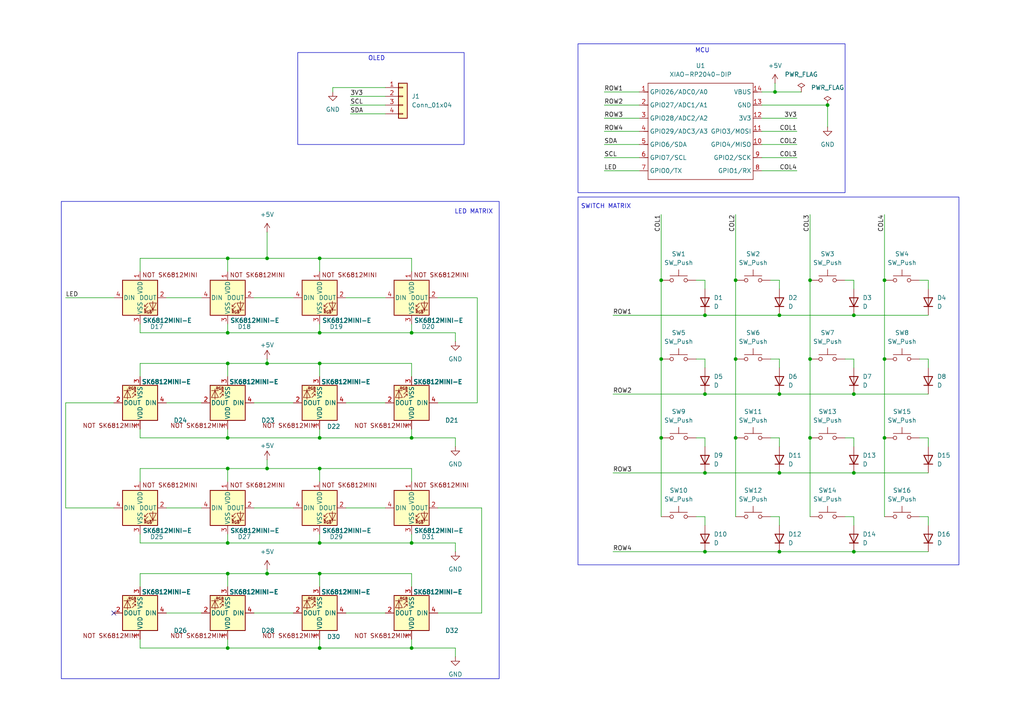
<source format=kicad_sch>
(kicad_sch (version 20250114) (generator "eeschema") (generator_version "9.0")
  (paper "A4")
  (lib_symbols
    (symbol "Connector_Generic:Conn_01x04" (pin_names (offset 1.016) (hide yes))
      (property "Reference" "J" (at 0 5.08 0))
      (property "Value" "Conn_01x04" (at 0 -7.62 0))
      (symbol "Conn_01x04_1_1"
        (rectangle (start -1.27 3.81) (end 1.27 -6.35) (stroke (width 0.254)) (fill (type background)))
        (rectangle (start -1.27 2.667) (end 0 2.413) (stroke (width 0.1524)))
        (rectangle (start -1.27 0.127) (end 0 -0.127) (stroke (width 0.1524)))
        (rectangle (start -1.27 -2.413) (end 0 -2.667) (stroke (width 0.1524)))
        (rectangle (start -1.27 -4.953) (end 0 -5.207) (stroke (width 0.1524)))
        (pin passive line (at -5.08 2.54 0) (length 3.81) (name "Pin_1") (number "1"))
        (pin passive line (at -5.08 0 0) (length 3.81) (name "Pin_2") (number "2"))
        (pin passive line (at -5.08 -2.54 0) (length 3.81) (name "Pin_3") (number "3"))
        (pin passive line (at -5.08 -5.08 0) (length 3.81) (name "Pin_4") (number "4"))
      )
    )
    (symbol "Device:D" (pin_numbers (hide yes)) (pin_names (offset 1.016) (hide yes))
      (property "Reference" "D" (at 0 2.54 0))
      (property "Value" "D" (at 0 -2.54 0))
      (symbol "D_0_1"
        (polyline (pts (xy -1.27 1.27) (xy -1.27 -1.27)) (stroke (width 0.254)))
        (polyline (pts (xy 1.27 1.27) (xy 1.27 -1.27) (xy -1.27 0) (xy 1.27 1.27)) (stroke (width 0.254)))
        (polyline (pts (xy 1.27 0) (xy -1.27 0)))
      )
      (symbol "D_1_1"
        (pin passive line (at -3.81 0 0) (length 2.54) (name "K") (number "1"))
        (pin passive line (at 3.81 0 180) (length 2.54) (name "A") (number "2"))
      )
    )
    (symbol "SK6812MINI-E:SK6812MINI-E" (pin_names (offset 0.254))
      (property "Reference" "D" (at -3.556 5.842 0))
      (property "Value" "SK6812MINI-E" (at 1.27 -5.715 0))
      (symbol "SK6812MINI-E_0_0"
        (text "RGB" (at 2.286 -4.191 0) (effects (font (size 0.762 0.762))))
      )
      (symbol "SK6812MINI-E_0_1"
        (rectangle (start -5.08 5.08) (end 5.08 -5.08) (stroke (width 0.254)) (fill (type background)))
        (polyline (pts (xy 1.27 -2.54) (xy 1.778 -2.54)))
        (polyline (pts (xy 1.27 -3.556) (xy 1.778 -3.556)))
        (polyline (pts (xy 2.286 -1.524) (xy 1.27 -2.54) (xy 1.27 -2.032)))
        (polyline (pts (xy 2.286 -2.54) (xy 1.27 -3.556) (xy 1.27 -3.048)))
        (polyline (pts (xy 3.683 -1.016) (xy 3.683 -3.556) (xy 3.683 -4.064)))
        (polyline (pts (xy 4.699 -1.524) (xy 2.667 -1.524) (xy 3.683 -3.556) (xy 4.699 -1.524)))
        (polyline (pts (xy 4.699 -3.556) (xy 2.667 -3.556)))
      )
      (symbol "SK6812MINI-E_1_1"
        (text "NOT SK6812MINI" (at 8.636 6.604 0) (effects (font (size 1.27 1.27))))
        (pin input line (at -7.62 0 0) (length 2.54) (name "DIN") (number "4"))
        (pin power_in line (at 0 7.62 270) (length 2.54) (name "VDD") (number "1"))
        (pin power_in line (at 0 -7.62 90) (length 2.54) (name "VSS") (number "3"))
        (pin output line (at 7.62 0 180) (length 2.54) (name "DOUT") (number "2"))
      )
    )
    (symbol "Switch:SW_Push" (pin_numbers (hide yes)) (pin_names (offset 1.016) (hide yes))
      (property "Reference" "SW" (at 1.27 2.54 0))
      (property "Value" "SW_Push" (at 0 -1.524 0))
      (symbol "SW_Push_0_1"
        (circle (center -2.032 0) (radius 0.508))
        (polyline (pts (xy 0 1.27) (xy 0 3.048)))
        (circle (center 2.032 0) (radius 0.508))
        (polyline (pts (xy 2.54 1.27) (xy -2.54 1.27)))
        (pin passive line (at -5.08 0 0) (length 2.54) (name "1") (number "1"))
        (pin passive line (at 5.08 0 180) (length 2.54) (name "2") (number "2"))
      )
    )
    (symbol "power:+5V" (power) (pin_numbers (hide yes)) (pin_names (offset 0) (hide yes))
      (property "Value" "+5V" (at 0 3.556 0))
      (symbol "+5V_0_1"
        (polyline (pts (xy -0.762 1.27) (xy 0 2.54)))
        (polyline (pts (xy 0 2.54) (xy 0.762 1.27)))
        (polyline (pts (xy 0 0) (xy 0 2.54)))
      )
      (symbol "+5V_1_1"
        (pin power_in line (at 0 0 90) (length 0) (name "~") (number "1"))
      )
    )
    (symbol "power:GND" (power) (pin_numbers (hide yes)) (pin_names (offset 0) (hide yes))
      (property "Value" "GND" (at 0 -3.81 0))
      (symbol "GND_0_1"
        (polyline (pts (xy 0 0) (xy 0 -1.27) (xy 1.27 -1.27) (xy 0 -2.54) (xy -1.27 -1.27) (xy 0 -1.27)))
      )
      (symbol "GND_1_1"
        (pin power_in line (at 0 0 270) (length 0) (name "~") (number "1"))
      )
    )
    (symbol "power:PWR_FLAG" (power) (pin_numbers (hide yes)) (pin_names (offset 0) (hide yes))
      (property "Value" "PWR_FLAG" (at 0 3.81 0))
      (symbol "PWR_FLAG_0_0"
        (pin power_out line (at 0 0 90) (length 0) (name "~") (number "1"))
      )
      (symbol "PWR_FLAG_0_1"
        (polyline (pts (xy 0 0) (xy 0 1.27) (xy -1.016 1.905) (xy 0 2.54) (xy 1.016 1.905) (xy 0 1.27)))
      )
    )
    (symbol "xiao:XIAO-RP2040-DIP"
      (property "Reference" "U" (at 0 0 0))
      (property "Value" "XIAO-RP2040-DIP" (at 5.334 -1.778 0))
      (symbol "XIAO-RP2040-DIP_1_0"
        (polyline (pts (xy -1.27 -2.54) (xy 29.21 -2.54)) (stroke (width 0.1524)))
        (polyline (pts (xy -1.27 -5.08) (xy -2.54 -5.08)) (stroke (width 0.1524)))
        (polyline (pts (xy -1.27 -5.08) (xy -1.27 -2.54)) (stroke (width 0.1524)))
        (polyline (pts (xy -1.27 -8.89) (xy -2.54 -8.89)) (stroke (width 0.1524)))
        (polyline (pts (xy -1.27 -8.89) (xy -1.27 -5.08)) (stroke (width 0.1524)))
        (polyline (pts (xy -1.27 -12.7) (xy -2.54 -12.7)) (stroke (width 0.1524)))
        (polyline (pts (xy -1.27 -12.7) (xy -1.27 -8.89)) (stroke (width 0.1524)))
        (polyline (pts (xy -1.27 -16.51) (xy -2.54 -16.51)) (stroke (width 0.1524)))
        (polyline (pts (xy -1.27 -16.51) (xy -1.27 -12.7)) (stroke (width 0.1524)))
        (polyline (pts (xy -1.27 -20.32) (xy -2.54 -20.32)) (stroke (width 0.1524)))
        (polyline (pts (xy -1.27 -24.13) (xy -2.54 -24.13)) (stroke (width 0.1524)))
        (polyline (pts (xy -1.27 -27.94) (xy -2.54 -27.94)) (stroke (width 0.1524)))
        (polyline (pts (xy -1.27 -30.48) (xy -1.27 -16.51)) (stroke (width 0.1524)))
        (polyline (pts (xy 29.21 -2.54) (xy 29.21 -5.08)) (stroke (width 0.1524)))
        (polyline (pts (xy 29.21 -5.08) (xy 29.21 -8.89)) (stroke (width 0.1524)))
        (polyline (pts (xy 29.21 -8.89) (xy 29.21 -12.7)) (stroke (width 0.1524)))
        (polyline (pts (xy 29.21 -12.7) (xy 29.21 -30.48)) (stroke (width 0.1524)))
        (polyline (pts (xy 29.21 -30.48) (xy -1.27 -30.48)) (stroke (width 0.1524)))
        (polyline (pts (xy 30.48 -5.08) (xy 29.21 -5.08)) (stroke (width 0.1524)))
        (polyline (pts (xy 30.48 -8.89) (xy 29.21 -8.89)) (stroke (width 0.1524)))
        (polyline (pts (xy 30.48 -12.7) (xy 29.21 -12.7)) (stroke (width 0.1524)))
        (polyline (pts (xy 30.48 -16.51) (xy 29.21 -16.51)) (stroke (width 0.1524)))
        (polyline (pts (xy 30.48 -20.32) (xy 29.21 -20.32)) (stroke (width 0.1524)))
        (polyline (pts (xy 30.48 -24.13) (xy 29.21 -24.13)) (stroke (width 0.1524)))
        (polyline (pts (xy 30.48 -27.94) (xy 29.21 -27.94)) (stroke (width 0.1524)))
        (pin passive line (at -3.81 -5.08 0) (length 2.54) (name "GPIO26/ADC0/A0") (number "1"))
        (pin passive line (at -3.81 -8.89 0) (length 2.54) (name "GPIO27/ADC1/A1") (number "2"))
        (pin passive line (at -3.81 -12.7 0) (length 2.54) (name "GPIO28/ADC2/A2") (number "3"))
        (pin passive line (at -3.81 -16.51 0) (length 2.54) (name "GPIO29/ADC3/A3") (number "4"))
        (pin passive line (at -3.81 -20.32 0) (length 2.54) (name "GPIO6/SDA") (number "5"))
        (pin passive line (at -3.81 -24.13 0) (length 2.54) (name "GPIO7/SCL") (number "6"))
        (pin passive line (at -3.81 -27.94 0) (length 2.54) (name "GPIO0/TX") (number "7"))
        (pin passive line (at 31.75 -5.08 180) (length 2.54) (name "VBUS") (number "14"))
        (pin passive line (at 31.75 -8.89 180) (length 2.54) (name "GND") (number "13"))
        (pin passive line (at 31.75 -12.7 180) (length 2.54) (name "3V3") (number "12"))
        (pin passive line (at 31.75 -16.51 180) (length 2.54) (name "GPIO3/MOSI") (number "11"))
        (pin passive line (at 31.75 -20.32 180) (length 2.54) (name "GPIO4/MISO") (number "10"))
        (pin passive line (at 31.75 -24.13 180) (length 2.54) (name "GPIO2/SCK") (number "9"))
        (pin passive line (at 31.75 -27.94 180) (length 2.54) (name "GPIO1/RX") (number "8"))
      )
    )
  )
  (rectangle (start 167.64 12.7) (end 245.11 55.88))
  (rectangle (start 167.64 57.15) (end 278.13 163.83))
  (rectangle (start 17.78 58.42) (end 144.78 196.85))
  (rectangle (start 86.36 15.24) (end 134.62 41.91))
  (text "SWITCH MATRIX" (at 175.768 59.944 0) (effects (font (size 1.27 1.27))))
  (text "MCU\n" (at 203.708 14.732 0) (effects (font (size 1.27 1.27))))
  (text "OLED\n" (at 109.22 17.018 0) (effects (font (size 1.27 1.27))))
  (text "LED MATRIX" (at 137.414 61.468 0) (effects (font (size 1.27 1.27))))
  (junction (at 119.38 127))
  (junction (at 92.71 74.93))
  (junction (at 92.71 127))
  (junction (at 66.04 187.96))
  (junction (at 191.77 127))
  (junction (at 240.03 30.48))
  (junction (at 226.06 137.16))
  (junction (at 234.95 127))
  (junction (at 204.47 137.16))
  (junction (at 256.54 104.14))
  (junction (at 66.04 135.89))
  (junction (at 66.04 157.48))
  (junction (at 247.65 137.16))
  (junction (at 119.38 96.52))
  (junction (at 92.71 157.48))
  (junction (at 77.47 105.41))
  (junction (at 66.04 127))
  (junction (at 247.65 160.02))
  (junction (at 77.47 135.89))
  (junction (at 66.04 166.37))
  (junction (at 226.06 160.02))
  (junction (at 77.47 166.37))
  (junction (at 226.06 91.44))
  (junction (at 66.04 105.41))
  (junction (at 119.38 187.96))
  (junction (at 256.54 81.28))
  (junction (at 234.95 81.28))
  (junction (at 226.06 114.3))
  (junction (at 92.71 187.96))
  (junction (at 119.38 157.48))
  (junction (at 213.36 104.14))
  (junction (at 66.04 96.52))
  (junction (at 92.71 166.37))
  (junction (at 66.04 74.93))
  (junction (at 77.47 74.93))
  (junction (at 213.36 81.28))
  (junction (at 234.95 104.14))
  (junction (at 204.47 91.44))
  (junction (at 247.65 91.44))
  (junction (at 204.47 114.3))
  (junction (at 191.77 81.28))
  (junction (at 92.71 135.89))
  (junction (at 92.71 105.41))
  (junction (at 213.36 127))
  (junction (at 92.71 96.52))
  (junction (at 191.77 104.14))
  (junction (at 256.54 127))
  (junction (at 204.47 160.02))
  (junction (at 224.79 26.67))
  (junction (at 247.65 114.3))
  (no_connect (at 33.02 177.8))
  (wire (pts (xy 256.54 104.14) (xy 256.54 127)))
  (wire (pts (xy 247.65 149.86) (xy 247.65 152.4)))
  (wire (pts (xy 247.65 104.14) (xy 247.65 106.68)))
  (wire (pts (xy 127 147.32) (xy 139.7 147.32)))
  (wire (pts (xy 247.65 137.16) (xy 269.24 137.16)))
  (wire (pts (xy 245.11 81.28) (xy 247.65 81.28)))
  (wire (pts (xy 119.38 154.94) (xy 119.38 157.48)))
  (wire (pts (xy 234.95 127) (xy 234.95 149.86)))
  (wire (pts (xy 177.8 160.02) (xy 204.47 160.02)))
  (wire (pts (xy 40.64 105.41) (xy 40.64 109.22)))
  (wire (pts (xy 100.33 116.84) (xy 111.76 116.84)))
  (wire (pts (xy 100.33 147.32) (xy 111.76 147.32)))
  (wire (pts (xy 234.95 104.14) (xy 234.95 127)))
  (wire (pts (xy 101.6 30.48) (xy 111.76 30.48)))
  (wire (pts (xy 204.47 137.16) (xy 226.06 137.16)))
  (wire (pts (xy 132.08 157.48) (xy 132.08 160.02)))
  (wire (pts (xy 40.64 185.42) (xy 40.64 187.96)))
  (wire (pts (xy 92.71 187.96) (xy 119.38 187.96)))
  (wire (pts (xy 204.47 127) (xy 204.47 129.54)))
  (wire (pts (xy 119.38 170.18) (xy 119.38 166.37)))
  (wire (pts (xy 119.38 96.52) (xy 132.08 96.52)))
  (wire (pts (xy 19.05 116.84) (xy 33.02 116.84)))
  (wire (pts (xy 119.38 139.7) (xy 119.38 135.89)))
  (wire (pts (xy 73.66 116.84) (xy 85.09 116.84)))
  (wire (pts (xy 77.47 135.89) (xy 92.71 135.89)))
  (wire (pts (xy 223.52 149.86) (xy 226.06 149.86)))
  (wire (pts (xy 92.71 74.93) (xy 92.71 78.74)))
  (wire (pts (xy 266.7 149.86) (xy 269.24 149.86)))
  (wire (pts (xy 66.04 124.46) (xy 66.04 127)))
  (wire (pts (xy 177.8 91.44) (xy 204.47 91.44)))
  (wire (pts (xy 220.98 38.1) (xy 231.14 38.1)))
  (wire (pts (xy 220.98 30.48) (xy 240.03 30.48)))
  (wire (pts (xy 66.04 166.37) (xy 66.04 170.18)))
  (wire (pts (xy 100.33 177.8) (xy 111.76 177.8)))
  (wire (pts (xy 77.47 135.89) (xy 66.04 135.89)))
  (wire (pts (xy 220.98 49.53) (xy 231.14 49.53)))
  (wire (pts (xy 119.38 78.74) (xy 119.38 74.93)))
  (wire (pts (xy 247.65 127) (xy 247.65 129.54)))
  (wire (pts (xy 66.04 105.41) (xy 66.04 109.22)))
  (wire (pts (xy 77.47 74.93) (xy 92.71 74.93)))
  (wire (pts (xy 226.06 81.28) (xy 226.06 83.82)))
  (wire (pts (xy 191.77 81.28) (xy 191.77 104.14)))
  (wire (pts (xy 245.11 127) (xy 247.65 127)))
  (wire (pts (xy 226.06 114.3) (xy 247.65 114.3)))
  (wire (pts (xy 269.24 81.28) (xy 269.24 83.82)))
  (wire (pts (xy 48.26 147.32) (xy 58.42 147.32)))
  (wire (pts (xy 66.04 96.52) (xy 92.71 96.52)))
  (wire (pts (xy 66.04 74.93) (xy 40.64 74.93)))
  (wire (pts (xy 77.47 104.14) (xy 77.47 105.41)))
  (wire (pts (xy 132.08 127) (xy 132.08 129.54)))
  (wire (pts (xy 19.05 116.84) (xy 19.05 147.32)))
  (wire (pts (xy 96.52 25.4) (xy 111.76 25.4)))
  (wire (pts (xy 191.77 104.14) (xy 191.77 127)))
  (wire (pts (xy 92.71 93.98) (xy 92.71 96.52)))
  (wire (pts (xy 175.26 26.67) (xy 185.42 26.67)))
  (wire (pts (xy 266.7 104.14) (xy 269.24 104.14)))
  (wire (pts (xy 220.98 26.67) (xy 224.79 26.67)))
  (wire (pts (xy 40.64 96.52) (xy 66.04 96.52)))
  (wire (pts (xy 139.7 147.32) (xy 139.7 177.8)))
  (wire (pts (xy 226.06 127) (xy 226.06 129.54)))
  (wire (pts (xy 204.47 81.28) (xy 204.47 83.82)))
  (wire (pts (xy 204.47 114.3) (xy 226.06 114.3)))
  (wire (pts (xy 234.95 81.28) (xy 234.95 104.14)))
  (wire (pts (xy 132.08 96.52) (xy 132.08 99.06)))
  (wire (pts (xy 213.36 81.28) (xy 213.36 104.14)))
  (wire (pts (xy 66.04 166.37) (xy 40.64 166.37)))
  (wire (pts (xy 96.52 25.4) (xy 96.52 26.67)))
  (wire (pts (xy 77.47 165.1) (xy 77.47 166.37)))
  (wire (pts (xy 269.24 127) (xy 269.24 129.54)))
  (wire (pts (xy 101.6 27.94) (xy 111.76 27.94)))
  (wire (pts (xy 73.66 147.32) (xy 85.09 147.32)))
  (wire (pts (xy 66.04 74.93) (xy 66.04 78.74)))
  (wire (pts (xy 175.26 30.48) (xy 185.42 30.48)))
  (wire (pts (xy 247.65 81.28) (xy 247.65 83.82)))
  (wire (pts (xy 73.66 86.36) (xy 85.09 86.36)))
  (wire (pts (xy 40.64 157.48) (xy 66.04 157.48)))
  (wire (pts (xy 175.26 38.1) (xy 185.42 38.1)))
  (wire (pts (xy 40.64 154.94) (xy 40.64 157.48)))
  (wire (pts (xy 177.8 114.3) (xy 204.47 114.3)))
  (wire (pts (xy 224.79 26.67) (xy 232.41 26.67)))
  (wire (pts (xy 213.36 127) (xy 213.36 149.86)))
  (wire (pts (xy 40.64 166.37) (xy 40.64 170.18)))
  (wire (pts (xy 201.93 127) (xy 204.47 127)))
  (wire (pts (xy 66.04 185.42) (xy 66.04 187.96)))
  (wire (pts (xy 220.98 45.72) (xy 231.14 45.72)))
  (wire (pts (xy 226.06 137.16) (xy 247.65 137.16)))
  (wire (pts (xy 77.47 67.31) (xy 77.47 74.93)))
  (wire (pts (xy 92.71 105.41) (xy 92.71 109.22)))
  (wire (pts (xy 19.05 147.32) (xy 33.02 147.32)))
  (wire (pts (xy 66.04 157.48) (xy 92.71 157.48)))
  (wire (pts (xy 92.71 154.94) (xy 92.71 157.48)))
  (wire (pts (xy 92.71 124.46) (xy 92.71 127)))
  (wire (pts (xy 40.64 124.46) (xy 40.64 127)))
  (wire (pts (xy 48.26 86.36) (xy 58.42 86.36)))
  (wire (pts (xy 175.26 45.72) (xy 185.42 45.72)))
  (wire (pts (xy 101.6 33.02) (xy 111.76 33.02)))
  (wire (pts (xy 119.38 187.96) (xy 132.08 187.96)))
  (wire (pts (xy 77.47 133.35) (xy 77.47 135.89)))
  (wire (pts (xy 92.71 127) (xy 119.38 127)))
  (wire (pts (xy 223.52 127) (xy 226.06 127)))
  (wire (pts (xy 119.38 185.42) (xy 119.38 187.96)))
  (wire (pts (xy 204.47 160.02) (xy 226.06 160.02)))
  (wire (pts (xy 226.06 91.44) (xy 247.65 91.44)))
  (wire (pts (xy 92.71 157.48) (xy 119.38 157.48)))
  (wire (pts (xy 66.04 154.94) (xy 66.04 157.48)))
  (wire (pts (xy 40.64 93.98) (xy 40.64 96.52)))
  (wire (pts (xy 92.71 105.41) (xy 77.47 105.41)))
  (wire (pts (xy 119.38 96.52) (xy 119.38 93.98)))
  (wire (pts (xy 119.38 127) (xy 132.08 127)))
  (wire (pts (xy 77.47 166.37) (xy 66.04 166.37)))
  (wire (pts (xy 191.77 62.23) (xy 191.77 81.28)))
  (wire (pts (xy 204.47 104.14) (xy 204.47 106.68)))
  (wire (pts (xy 175.26 34.29) (xy 185.42 34.29)))
  (wire (pts (xy 66.04 135.89) (xy 66.04 139.7)))
  (wire (pts (xy 177.8 137.16) (xy 204.47 137.16)))
  (wire (pts (xy 119.38 105.41) (xy 92.71 105.41)))
  (wire (pts (xy 66.04 135.89) (xy 40.64 135.89)))
  (wire (pts (xy 139.7 177.8) (xy 127 177.8)))
  (wire (pts (xy 66.04 127) (xy 92.71 127)))
  (wire (pts (xy 240.03 30.48) (xy 240.03 36.83)))
  (wire (pts (xy 19.05 86.36) (xy 33.02 86.36)))
  (wire (pts (xy 201.93 149.86) (xy 204.47 149.86)))
  (wire (pts (xy 266.7 127) (xy 269.24 127)))
  (wire (pts (xy 92.71 166.37) (xy 92.71 170.18)))
  (wire (pts (xy 226.06 160.02) (xy 247.65 160.02)))
  (wire (pts (xy 77.47 105.41) (xy 66.04 105.41)))
  (wire (pts (xy 119.38 157.48) (xy 132.08 157.48)))
  (wire (pts (xy 247.65 91.44) (xy 269.24 91.44)))
  (wire (pts (xy 92.71 185.42) (xy 92.71 187.96)))
  (wire (pts (xy 175.26 41.91) (xy 185.42 41.91)))
  (wire (pts (xy 256.54 127) (xy 256.54 149.86)))
  (wire (pts (xy 226.06 104.14) (xy 226.06 106.68)))
  (wire (pts (xy 191.77 127) (xy 191.77 149.86)))
  (wire (pts (xy 201.93 81.28) (xy 204.47 81.28)))
  (wire (pts (xy 119.38 109.22) (xy 119.38 105.41)))
  (wire (pts (xy 92.71 166.37) (xy 77.47 166.37)))
  (wire (pts (xy 204.47 91.44) (xy 226.06 91.44)))
  (wire (pts (xy 132.08 187.96) (xy 132.08 190.5)))
  (wire (pts (xy 234.95 62.23) (xy 234.95 81.28)))
  (wire (pts (xy 73.66 177.8) (xy 85.09 177.8)))
  (wire (pts (xy 119.38 124.46) (xy 119.38 127)))
  (wire (pts (xy 201.93 104.14) (xy 204.47 104.14)))
  (wire (pts (xy 66.04 105.41) (xy 40.64 105.41)))
  (wire (pts (xy 220.98 34.29) (xy 231.14 34.29)))
  (wire (pts (xy 204.47 149.86) (xy 204.47 152.4)))
  (wire (pts (xy 266.7 81.28) (xy 269.24 81.28)))
  (wire (pts (xy 269.24 149.86) (xy 269.24 152.4)))
  (wire (pts (xy 119.38 74.93) (xy 92.71 74.93)))
  (wire (pts (xy 256.54 62.23) (xy 256.54 81.28)))
  (wire (pts (xy 119.38 135.89) (xy 92.71 135.89)))
  (wire (pts (xy 213.36 104.14) (xy 213.36 127)))
  (wire (pts (xy 40.64 127) (xy 66.04 127)))
  (wire (pts (xy 245.11 149.86) (xy 247.65 149.86)))
  (wire (pts (xy 175.26 49.53) (xy 185.42 49.53)))
  (wire (pts (xy 247.65 114.3) (xy 269.24 114.3)))
  (wire (pts (xy 40.64 135.89) (xy 40.64 139.7)))
  (wire (pts (xy 269.24 104.14) (xy 269.24 106.68)))
  (wire (pts (xy 226.06 149.86) (xy 226.06 152.4)))
  (wire (pts (xy 138.43 86.36) (xy 138.43 116.84)))
  (wire (pts (xy 40.64 187.96) (xy 66.04 187.96)))
  (wire (pts (xy 247.65 160.02) (xy 269.24 160.02)))
  (wire (pts (xy 223.52 81.28) (xy 226.06 81.28)))
  (wire (pts (xy 92.71 96.52) (xy 119.38 96.52)))
  (wire (pts (xy 245.11 104.14) (xy 247.65 104.14)))
  (wire (pts (xy 119.38 166.37) (xy 92.71 166.37)))
  (wire (pts (xy 127 116.84) (xy 138.43 116.84)))
  (wire (pts (xy 220.98 41.91) (xy 231.14 41.91)))
  (wire (pts (xy 127 86.36) (xy 138.43 86.36)))
  (wire (pts (xy 223.52 104.14) (xy 226.06 104.14)))
  (wire (pts (xy 48.26 177.8) (xy 58.42 177.8)))
  (wire (pts (xy 224.79 26.67) (xy 224.79 24.13)))
  (wire (pts (xy 213.36 62.23) (xy 213.36 81.28)))
  (wire (pts (xy 100.33 86.36) (xy 111.76 86.36)))
  (wire (pts (xy 66.04 187.96) (xy 92.71 187.96)))
  (wire (pts (xy 66.04 93.98) (xy 66.04 96.52)))
  (wire (pts (xy 256.54 81.28) (xy 256.54 104.14)))
  (wire (pts (xy 48.26 116.84) (xy 58.42 116.84)))
  (wire (pts (xy 92.71 135.89) (xy 92.71 139.7)))
  (wire (pts (xy 40.64 74.93) (xy 40.64 78.74)))
  (wire (pts (xy 77.47 74.93) (xy 66.04 74.93)))
  (label "ROW1" (at 175.26 26.67 0))
  (label "COL3" (at 234.95 62.23 270))
  (label "SCL" (at 101.6 30.48 0))
  (label "ROW2" (at 175.26 30.48 0))
  (label "COL2" (at 231.14 41.91 180))
  (label "COL1" (at 191.77 62.23 270))
  (label "ROW1" (at 177.8 91.44 0))
  (label "COL1" (at 231.14 38.1 180))
  (label "ROW4" (at 175.26 38.1 0))
  (label "3V3" (at 101.6 27.94 0))
  (label "COL4" (at 231.14 49.53 180))
  (label "3V3" (at 231.14 34.29 180))
  (label "SDA" (at 175.26 41.91 0))
  (label "LED" (at 175.26 49.53 0))
  (label "COL3" (at 231.14 45.72 180))
  (label "LED" (at 19.05 86.36 0))
  (label "SCL" (at 175.26 45.72 0))
  (label "COL2" (at 213.36 62.23 270))
  (label "SDA" (at 101.6 33.02 0))
  (label "ROW3" (at 175.26 34.29 0))
  (label "ROW4" (at 177.8 160.02 0))
  (label "ROW2" (at 177.8 114.3 0))
  (label "ROW3" (at 177.8 137.16 0))
  (label "COL4" (at 256.54 62.23 270))
  (symbol (lib_id "Device:D") (at 269.24 110.49 90) (unit 1)
    (property "Reference" "D8" (at 271.78 109.2199 90) (effects (justify right)))
    (property "Value" "D" (at 271.78 111.7599 90) (effects (justify right)))
    (property "Footprint" "Diode_THT:D_DO-35_SOD27_P7.62mm_Horizontal" (effects (hide yes)))
    (property "Description" "Diode" (effects (hide yes)))
    (property "Sim.Device" "D" (effects (hide yes)))
    (property "Sim.Pins" "1=K 2=A" (effects (hide yes)))
  )
  (symbol (lib_id "SK6812MINI-E:SK6812MINI-E") (at 40.64 147.32 0) (unit 1)
    (property "Reference" "D25" (at 45.466 155.702 0))
    (property "Value" "SK6812MINI-E" (at 48.514 153.924 0) (effects (font (thickness 0.254) (bold yes))))
    (property "Footprint" "footprints:SK6812MINI-E_fixed" (effects (hide yes)))
    (property "Datasheet" "https://cdn-shop.adafruit.com/product-files/4960/4960_SK6812MINI-E_REV02_EN.pdf" (effects (hide yes)))
    (property "Description" "RGB LED with integrated controller" (effects (hide yes)))
  )
  (symbol (lib_id "Device:D") (at 204.47 156.21 90) (unit 1)
    (property "Reference" "D10" (at 207.01 154.9399 90) (effects (justify right)))
    (property "Value" "D" (at 207.01 157.4799 90) (effects (justify right)))
    (property "Footprint" "Diode_THT:D_DO-35_SOD27_P7.62mm_Horizontal" (effects (hide yes)))
    (property "Description" "Diode" (effects (hide yes)))
    (property "Sim.Device" "D" (effects (hide yes)))
    (property "Sim.Pins" "1=K 2=A" (effects (hide yes)))
  )
  (symbol (lib_id "power:GND") (at 240.03 36.83 0) (unit 1)
    (property "Reference" "#PWR03" (effects (hide yes)))
    (property "Value" "GND" (at 240.03 41.91 0))
    (property "Description" "Power symbol creates a global label with name \"GND\" , ground" (effects (hide yes)))
  )
  (symbol (lib_id "Device:D") (at 269.24 133.35 90) (unit 1)
    (property "Reference" "D15" (at 271.78 132.0799 90) (effects (justify right)))
    (property "Value" "D" (at 271.78 134.6199 90) (effects (justify right)))
    (property "Footprint" "Diode_THT:D_DO-35_SOD27_P7.62mm_Horizontal" (effects (hide yes)))
    (property "Description" "Diode" (effects (hide yes)))
    (property "Sim.Device" "D" (effects (hide yes)))
    (property "Sim.Pins" "1=K 2=A" (effects (hide yes)))
  )
  (symbol (lib_id "power:GND") (at 132.08 190.5 0) (unit 1)
    (property "Reference" "#PWR010" (effects (hide yes)))
    (property "Value" "GND" (at 132.08 195.58 0))
    (property "Description" "Power symbol creates a global label with name \"GND\" , ground" (effects (hide yes)))
  )
  (symbol (lib_id "SK6812MINI-E:SK6812MINI-E") (at 92.71 86.36 0) (unit 1)
    (property "Reference" "D19" (at 97.536 94.742 0))
    (property "Value" "SK6812MINI-E" (at 100.584 92.964 0) (effects (font (thickness 0.254) (bold yes))))
    (property "Footprint" "footprints:SK6812MINI-E_fixed" (effects (hide yes)))
    (property "Datasheet" "https://cdn-shop.adafruit.com/product-files/4960/4960_SK6812MINI-E_REV02_EN.pdf" (effects (hide yes)))
    (property "Description" "RGB LED with integrated controller" (effects (hide yes)))
  )
  (symbol (lib_id "Connector_Generic:Conn_01x04") (at 116.84 27.94 0) (unit 1)
    (property "Reference" "J1" (at 119.38 27.9399 0) (effects (justify left)))
    (property "Value" "Conn_01x04" (at 119.38 30.4799 0) (effects (justify left)))
    (property "Footprint" "Connector_PinHeader_2.54mm:PinHeader_1x04_P2.54mm_Vertical" (effects (hide yes)))
    (property "Description" "Generic connector, single row, 01x04, script generated (kicad-library-utils/schlib/autogen/connector/)" (effects (hide yes)))
  )
  (symbol (lib_id "power:+5V") (at 77.47 133.35 0) (unit 1)
    (property "Reference" "#PWR07" (effects (hide yes)))
    (property "Value" "+5V" (at 77.47 129.286 0))
    (property "Description" "Power symbol creates a global label with name \"+5V\"" (effects (hide yes)))
  )
  (symbol (lib_id "Device:D") (at 269.24 87.63 90) (unit 1)
    (property "Reference" "D4" (at 271.78 86.3599 90) (effects (justify right)))
    (property "Value" "D" (at 271.78 88.8999 90) (effects (justify right)))
    (property "Footprint" "Diode_THT:D_DO-35_SOD27_P7.62mm_Horizontal" (effects (hide yes)))
    (property "Description" "Diode" (effects (hide yes)))
    (property "Sim.Device" "D" (effects (hide yes)))
    (property "Sim.Pins" "1=K 2=A" (effects (hide yes)))
  )
  (symbol (lib_id "Switch:SW_Push") (at 196.85 149.86 0) (unit 1)
    (property "Reference" "SW10" (at 196.85 142.24 0))
    (property "Value" "SW_Push" (at 196.85 144.78 0))
    (property "Footprint" "footprints:SW_MX_1u" (effects (hide yes)))
    (property "Description" "Push button switch, generic, two pins" (effects (hide yes)))
  )
  (symbol (lib_id "Switch:SW_Push") (at 196.85 127 0) (unit 1)
    (property "Reference" "SW9" (at 196.85 119.38 0))
    (property "Value" "SW_Push" (at 196.85 121.92 0))
    (property "Footprint" "footprints:SW_MX_1u" (effects (hide yes)))
    (property "Description" "Push button switch, generic, two pins" (effects (hide yes)))
  )
  (symbol (lib_id "Device:D") (at 247.65 156.21 90) (unit 1)
    (property "Reference" "D14" (at 250.19 154.9399 90) (effects (justify right)))
    (property "Value" "D" (at 250.19 157.4799 90) (effects (justify right)))
    (property "Footprint" "Diode_THT:D_DO-35_SOD27_P7.62mm_Horizontal" (effects (hide yes)))
    (property "Description" "Diode" (effects (hide yes)))
    (property "Sim.Device" "D" (effects (hide yes)))
    (property "Sim.Pins" "1=K 2=A" (effects (hide yes)))
  )
  (symbol (lib_id "power:PWR_FLAG") (at 240.03 30.48 0) (unit 1)
    (property "Reference" "#FLG02" (effects (hide yes)))
    (property "Value" "PWR_FLAG" (at 240.03 25.4 0))
    (property "Description" "Special symbol for telling ERC where power comes from" (effects (hide yes)))
  )
  (symbol (lib_id "Device:D") (at 247.65 110.49 90) (unit 1)
    (property "Reference" "D7" (at 250.19 109.2199 90) (effects (justify right)))
    (property "Value" "D" (at 250.19 111.7599 90) (effects (justify right)))
    (property "Footprint" "Diode_THT:D_DO-35_SOD27_P7.62mm_Horizontal" (effects (hide yes)))
    (property "Description" "Diode" (effects (hide yes)))
    (property "Sim.Device" "D" (effects (hide yes)))
    (property "Sim.Pins" "1=K 2=A" (effects (hide yes)))
  )
  (symbol (lib_id "power:+5V") (at 77.47 67.31 0) (unit 1)
    (property "Reference" "#PWR01" (effects (hide yes)))
    (property "Value" "+5V" (at 77.47 62.23 0))
    (property "Description" "Power symbol creates a global label with name \"+5V\"" (effects (hide yes)))
  )
  (symbol (lib_id "SK6812MINI-E:SK6812MINI-E") (at 92.71 116.84 180) (unit 1)
    (property "Reference" "D22" (at 96.774 123.698 0))
    (property "Value" "SK6812MINI-E" (at 100.33 110.744 0) (effects (font (thickness 0.254) (bold yes))))
    (property "Footprint" "footprints:SK6812MINI-E_fixed" (effects (hide yes)))
    (property "Datasheet" "https://cdn-shop.adafruit.com/product-files/4960/4960_SK6812MINI-E_REV02_EN.pdf" (effects (hide yes)))
    (property "Description" "RGB LED with integrated controller" (effects (hide yes)))
  )
  (symbol (lib_id "Switch:SW_Push") (at 196.85 81.28 0) (unit 1)
    (property "Reference" "SW1" (at 196.85 73.66 0))
    (property "Value" "SW_Push" (at 196.85 76.2 0))
    (property "Footprint" "footprints:SW_MX_1u" (effects (hide yes)))
    (property "Description" "Push button switch, generic, two pins" (effects (hide yes)))
  )
  (symbol (lib_id "Device:D") (at 226.06 156.21 90) (unit 1)
    (property "Reference" "D12" (at 228.6 154.9399 90) (effects (justify right)))
    (property "Value" "D" (at 228.6 157.4799 90) (effects (justify right)))
    (property "Footprint" "Diode_THT:D_DO-35_SOD27_P7.62mm_Horizontal" (effects (hide yes)))
    (property "Description" "Diode" (effects (hide yes)))
    (property "Sim.Device" "D" (effects (hide yes)))
    (property "Sim.Pins" "1=K 2=A" (effects (hide yes)))
  )
  (symbol (lib_id "Switch:SW_Push") (at 261.62 149.86 0) (unit 1)
    (property "Reference" "SW16" (at 261.62 142.24 0))
    (property "Value" "SW_Push" (at 261.62 144.78 0))
    (property "Footprint" "footprints:SW_MX_1u" (effects (hide yes)))
    (property "Description" "Push button switch, generic, two pins" (effects (hide yes)))
  )
  (symbol (lib_id "power:+5V") (at 77.47 104.14 0) (unit 1)
    (property "Reference" "#PWR05" (effects (hide yes)))
    (property "Value" "+5V" (at 77.47 100.076 0))
    (property "Description" "Power symbol creates a global label with name \"+5V\"" (effects (hide yes)))
  )
  (symbol (lib_id "power:GND") (at 96.52 26.67 0) (unit 1)
    (property "Reference" "#PWR011" (effects (hide yes)))
    (property "Value" "GND" (at 96.52 31.75 0))
    (property "Description" "Power symbol creates a global label with name \"GND\" , ground" (effects (hide yes)))
  )
  (symbol (lib_id "SK6812MINI-E:SK6812MINI-E") (at 40.64 177.8 180) (unit 1)
    (property "Reference" "D26" (at 52.324 182.88 0))
    (property "Value" "SK6812MINI-E" (at 48.26 171.704 0) (effects (font (thickness 0.254) (bold yes))))
    (property "Footprint" "footprints:SK6812MINI-E_fixed" (effects (hide yes)))
    (property "Datasheet" "https://cdn-shop.adafruit.com/product-files/4960/4960_SK6812MINI-E_REV02_EN.pdf" (effects (hide yes)))
    (property "Description" "RGB LED with integrated controller" (effects (hide yes)))
  )
  (symbol (lib_id "SK6812MINI-E:SK6812MINI-E") (at 66.04 147.32 0) (unit 1)
    (property "Reference" "D27" (at 70.866 155.702 0))
    (property "Value" "SK6812MINI-E" (at 73.914 153.924 0) (effects (font (thickness 0.254) (bold yes))))
    (property "Footprint" "footprints:SK6812MINI-E_fixed" (effects (hide yes)))
    (property "Datasheet" "https://cdn-shop.adafruit.com/product-files/4960/4960_SK6812MINI-E_REV02_EN.pdf" (effects (hide yes)))
    (property "Description" "RGB LED with integrated controller" (effects (hide yes)))
  )
  (symbol (lib_id "SK6812MINI-E:SK6812MINI-E") (at 40.64 86.36 0) (unit 1)
    (property "Reference" "D17" (at 45.466 94.742 0))
    (property "Value" "SK6812MINI-E" (at 48.514 92.964 0) (effects (font (thickness 0.254) (bold yes))))
    (property "Footprint" "footprints:SK6812MINI-E_fixed" (effects (hide yes)))
    (property "Datasheet" "https://cdn-shop.adafruit.com/product-files/4960/4960_SK6812MINI-E_REV02_EN.pdf" (effects (hide yes)))
    (property "Description" "RGB LED with integrated controller" (effects (hide yes)))
  )
  (symbol (lib_id "power:GND") (at 132.08 129.54 0) (unit 1)
    (property "Reference" "#PWR06" (effects (hide yes)))
    (property "Value" "GND" (at 132.08 134.62 0))
    (property "Description" "Power symbol creates a global label with name \"GND\" , ground" (effects (hide yes)))
  )
  (symbol (lib_id "SK6812MINI-E:SK6812MINI-E") (at 92.71 177.8 180) (unit 1)
    (property "Reference" "D30" (at 96.774 184.658 0))
    (property "Value" "SK6812MINI-E" (at 100.33 171.704 0) (effects (font (thickness 0.254) (bold yes))))
    (property "Footprint" "footprints:SK6812MINI-E_fixed" (effects (hide yes)))
    (property "Datasheet" "https://cdn-shop.adafruit.com/product-files/4960/4960_SK6812MINI-E_REV02_EN.pdf" (effects (hide yes)))
    (property "Description" "RGB LED with integrated controller" (effects (hide yes)))
  )
  (symbol (lib_id "Device:D") (at 226.06 87.63 90) (unit 1)
    (property "Reference" "D2" (at 228.6 86.3599 90) (effects (justify right)))
    (property "Value" "D" (at 228.6 88.8999 90) (effects (justify right)))
    (property "Footprint" "Diode_THT:D_DO-35_SOD27_P7.62mm_Horizontal" (effects (hide yes)))
    (property "Description" "Diode" (effects (hide yes)))
    (property "Sim.Device" "D" (effects (hide yes)))
    (property "Sim.Pins" "1=K 2=A" (effects (hide yes)))
  )
  (symbol (lib_id "Switch:SW_Push") (at 261.62 127 0) (unit 1)
    (property "Reference" "SW15" (at 261.62 119.38 0))
    (property "Value" "SW_Push" (at 261.62 121.92 0))
    (property "Footprint" "footprints:SW_MX_1u" (effects (hide yes)))
    (property "Description" "Push button switch, generic, two pins" (effects (hide yes)))
  )
  (symbol (lib_id "Device:D") (at 204.47 133.35 90) (unit 1)
    (property "Reference" "D9" (at 207.01 132.0799 90) (effects (justify right)))
    (property "Value" "D" (at 207.01 134.6199 90) (effects (justify right)))
    (property "Footprint" "Diode_THT:D_DO-35_SOD27_P7.62mm_Horizontal" (effects (hide yes)))
    (property "Description" "Diode" (effects (hide yes)))
    (property "Sim.Device" "D" (effects (hide yes)))
    (property "Sim.Pins" "1=K 2=A" (effects (hide yes)))
  )
  (symbol (lib_id "SK6812MINI-E:SK6812MINI-E") (at 119.38 147.32 0) (unit 1)
    (property "Reference" "D31" (at 124.206 155.702 0))
    (property "Value" "SK6812MINI-E" (at 127.254 153.924 0) (effects (font (thickness 0.254) (bold yes))))
    (property "Footprint" "footprints:SK6812MINI-E_fixed" (effects (hide yes)))
    (property "Datasheet" "https://cdn-shop.adafruit.com/product-files/4960/4960_SK6812MINI-E_REV02_EN.pdf" (effects (hide yes)))
    (property "Description" "RGB LED with integrated controller" (effects (hide yes)))
  )
  (symbol (lib_id "Switch:SW_Push") (at 261.62 104.14 0) (unit 1)
    (property "Reference" "SW8" (at 261.62 96.52 0))
    (property "Value" "SW_Push" (at 261.62 99.06 0))
    (property "Footprint" "footprints:SW_MX_1u" (effects (hide yes)))
    (property "Description" "Push button switch, generic, two pins" (effects (hide yes)))
  )
  (symbol (lib_id "SK6812MINI-E:SK6812MINI-E") (at 66.04 177.8 180) (unit 1)
    (property "Reference" "D28" (at 77.724 182.88 0))
    (property "Value" "SK6812MINI-E" (at 73.66 171.704 0) (effects (font (thickness 0.254) (bold yes))))
    (property "Footprint" "footprints:SK6812MINI-E_fixed" (effects (hide yes)))
    (property "Datasheet" "https://cdn-shop.adafruit.com/product-files/4960/4960_SK6812MINI-E_REV02_EN.pdf" (effects (hide yes)))
    (property "Description" "RGB LED with integrated controller" (effects (hide yes)))
  )
  (symbol (lib_id "Device:D") (at 247.65 133.35 90) (unit 1)
    (property "Reference" "D13" (at 250.19 132.0799 90) (effects (justify right)))
    (property "Value" "D" (at 250.19 134.6199 90) (effects (justify right)))
    (property "Footprint" "Diode_THT:D_DO-35_SOD27_P7.62mm_Horizontal" (effects (hide yes)))
    (property "Description" "Diode" (effects (hide yes)))
    (property "Sim.Device" "D" (effects (hide yes)))
    (property "Sim.Pins" "1=K 2=A" (effects (hide yes)))
  )
  (symbol (lib_id "Switch:SW_Push") (at 218.44 81.28 0) (unit 1)
    (property "Reference" "SW2" (at 218.44 73.66 0))
    (property "Value" "SW_Push" (at 218.44 76.2 0))
    (property "Footprint" "footprints:SW_MX_1u" (effects (hide yes)))
    (property "Description" "Push button switch, generic, two pins" (effects (hide yes)))
  )
  (symbol (lib_id "Switch:SW_Push") (at 218.44 127 0) (unit 1)
    (property "Reference" "SW11" (at 218.44 119.38 0))
    (property "Value" "SW_Push" (at 218.44 121.92 0))
    (property "Footprint" "footprints:SW_MX_1u" (effects (hide yes)))
    (property "Description" "Push button switch, generic, two pins" (effects (hide yes)))
  )
  (symbol (lib_id "xiao:XIAO-RP2040-DIP") (at 189.23 21.59 0) (unit 1)
    (property "Reference" "U1" (at 203.2 19.05 0))
    (property "Value" "XIAO-RP2040-DIP" (at 203.2 21.59 0))
    (property "Footprint" "footprints:XIAO-Generic-Hybrid-14P-2.54-21X17.8MM" (effects (hide yes)))
  )
  (symbol (lib_id "Device:D") (at 204.47 110.49 90) (unit 1)
    (property "Reference" "D5" (at 207.01 109.2199 90) (effects (justify right)))
    (property "Value" "D" (at 207.01 111.7599 90) (effects (justify right)))
    (property "Footprint" "Diode_THT:D_DO-35_SOD27_P7.62mm_Horizontal" (effects (hide yes)))
    (property "Description" "Diode" (effects (hide yes)))
    (property "Sim.Device" "D" (effects (hide yes)))
    (property "Sim.Pins" "1=K 2=A" (effects (hide yes)))
  )
  (symbol (lib_id "SK6812MINI-E:SK6812MINI-E") (at 40.64 116.84 180) (unit 1)
    (property "Reference" "D24" (at 52.324 121.92 0))
    (property "Value" "SK6812MINI-E" (at 48.26 110.744 0) (effects (font (thickness 0.254) (bold yes))))
    (property "Footprint" "footprints:SK6812MINI-E_fixed" (effects (hide yes)))
    (property "Datasheet" "https://cdn-shop.adafruit.com/product-files/4960/4960_SK6812MINI-E_REV02_EN.pdf" (effects (hide yes)))
    (property "Description" "RGB LED with integrated controller" (effects (hide yes)))
  )
  (symbol (lib_id "SK6812MINI-E:SK6812MINI-E") (at 119.38 177.8 180) (unit 1)
    (property "Reference" "D32" (at 131.064 182.88 0))
    (property "Value" "SK6812MINI-E" (at 127 171.704 0) (effects (font (thickness 0.254) (bold yes))))
    (property "Footprint" "footprints:SK6812MINI-E_fixed" (effects (hide yes)))
    (property "Datasheet" "https://cdn-shop.adafruit.com/product-files/4960/4960_SK6812MINI-E_REV02_EN.pdf" (effects (hide yes)))
    (property "Description" "RGB LED with integrated controller" (effects (hide yes)))
  )
  (symbol (lib_id "Switch:SW_Push") (at 196.85 104.14 0) (unit 1)
    (property "Reference" "SW5" (at 196.85 96.52 0))
    (property "Value" "SW_Push" (at 196.85 99.06 0))
    (property "Footprint" "footprints:SW_MX_1u" (effects (hide yes)))
    (property "Description" "Push button switch, generic, two pins" (effects (hide yes)))
  )
  (symbol (lib_id "power:GND") (at 132.08 99.06 0) (unit 1)
    (property "Reference" "#PWR04" (effects (hide yes)))
    (property "Value" "GND" (at 132.08 104.14 0))
    (property "Description" "Power symbol creates a global label with name \"GND\" , ground" (effects (hide yes)))
  )
  (symbol (lib_id "SK6812MINI-E:SK6812MINI-E") (at 119.38 116.84 180) (unit 1)
    (property "Reference" "D21" (at 131.064 121.92 0))
    (property "Value" "SK6812MINI-E" (at 127 110.744 0) (effects (font (thickness 0.254) (bold yes))))
    (property "Footprint" "footprints:SK6812MINI-E_fixed" (effects (hide yes)))
    (property "Datasheet" "https://cdn-shop.adafruit.com/product-files/4960/4960_SK6812MINI-E_REV02_EN.pdf" (effects (hide yes)))
    (property "Description" "RGB LED with integrated controller" (effects (hide yes)))
  )
  (symbol (lib_id "SK6812MINI-E:SK6812MINI-E") (at 66.04 86.36 0) (unit 1)
    (property "Reference" "D18" (at 70.866 94.742 0))
    (property "Value" "SK6812MINI-E" (at 73.914 92.964 0) (effects (font (thickness 0.254) (bold yes))))
    (property "Footprint" "footprints:SK6812MINI-E_fixed" (effects (hide yes)))
    (property "Datasheet" "https://cdn-shop.adafruit.com/product-files/4960/4960_SK6812MINI-E_REV02_EN.pdf" (effects (hide yes)))
    (property "Description" "RGB LED with integrated controller" (effects (hide yes)))
  )
  (symbol (lib_id "Switch:SW_Push") (at 261.62 81.28 0) (unit 1)
    (property "Reference" "SW4" (at 261.62 73.66 0))
    (property "Value" "SW_Push" (at 261.62 76.2 0))
    (property "Footprint" "footprints:SW_MX_1u" (effects (hide yes)))
    (property "Description" "Push button switch, generic, two pins" (effects (hide yes)))
  )
  (symbol (lib_id "power:GND") (at 132.08 160.02 0) (unit 1)
    (property "Reference" "#PWR08" (effects (hide yes)))
    (property "Value" "GND" (at 132.08 165.1 0))
    (property "Description" "Power symbol creates a global label with name \"GND\" , ground" (effects (hide yes)))
  )
  (symbol (lib_id "SK6812MINI-E:SK6812MINI-E") (at 92.71 147.32 0) (unit 1)
    (property "Reference" "D29" (at 97.536 155.702 0))
    (property "Value" "SK6812MINI-E" (at 100.584 153.924 0) (effects (font (thickness 0.254) (bold yes))))
    (property "Footprint" "footprints:SK6812MINI-E_fixed" (effects (hide yes)))
    (property "Datasheet" "https://cdn-shop.adafruit.com/product-files/4960/4960_SK6812MINI-E_REV02_EN.pdf" (effects (hide yes)))
    (property "Description" "RGB LED with integrated controller" (effects (hide yes)))
  )
  (symbol (lib_id "Device:D") (at 247.65 87.63 90) (unit 1)
    (property "Reference" "D3" (at 250.19 86.3599 90) (effects (justify right)))
    (property "Value" "D" (at 250.19 88.8999 90) (effects (justify right)))
    (property "Footprint" "Diode_THT:D_DO-35_SOD27_P7.62mm_Horizontal" (effects (hide yes)))
    (property "Description" "Diode" (effects (hide yes)))
    (property "Sim.Device" "D" (effects (hide yes)))
    (property "Sim.Pins" "1=K 2=A" (effects (hide yes)))
  )
  (symbol (lib_id "SK6812MINI-E:SK6812MINI-E") (at 119.38 86.36 0) (unit 1)
    (property "Reference" "D20" (at 124.206 94.742 0))
    (property "Value" "SK6812MINI-E" (at 127.254 92.964 0) (effects (font (thickness 0.254) (bold yes))))
    (property "Footprint" "footprints:SK6812MINI-E_fixed" (effects (hide yes)))
    (property "Datasheet" "https://cdn-shop.adafruit.com/product-files/4960/4960_SK6812MINI-E_REV02_EN.pdf" (effects (hide yes)))
    (property "Description" "RGB LED with integrated controller" (effects (hide yes)))
  )
  (symbol (lib_id "power:+5V") (at 77.47 165.1 0) (unit 1)
    (property "Reference" "#PWR09" (effects (hide yes)))
    (property "Value" "+5V" (at 77.47 160.02 0))
    (property "Description" "Power symbol creates a global label with name \"+5V\"" (effects (hide yes)))
  )
  (symbol (lib_id "SK6812MINI-E:SK6812MINI-E") (at 66.04 116.84 180) (unit 1)
    (property "Reference" "D23" (at 77.724 121.92 0))
    (property "Value" "SK6812MINI-E" (at 73.66 110.744 0) (effects (font (thickness 0.254) (bold yes))))
    (property "Footprint" "footprints:SK6812MINI-E_fixed" (effects (hide yes)))
    (property "Datasheet" "https://cdn-shop.adafruit.com/product-files/4960/4960_SK6812MINI-E_REV02_EN.pdf" (effects (hide yes)))
    (property "Description" "RGB LED with integrated controller" (effects (hide yes)))
  )
  (symbol (lib_id "Switch:SW_Push") (at 218.44 104.14 0) (unit 1)
    (property "Reference" "SW6" (at 218.44 96.52 0))
    (property "Value" "SW_Push" (at 218.44 99.06 0))
    (property "Footprint" "footprints:SW_MX_1u" (effects (hide yes)))
    (property "Description" "Push button switch, generic, two pins" (effects (hide yes)))
  )
  (symbol (lib_id "Switch:SW_Push") (at 218.44 149.86 0) (unit 1)
    (property "Reference" "SW12" (at 218.44 142.24 0))
    (property "Value" "SW_Push" (at 218.44 144.78 0))
    (property "Footprint" "footprints:SW_MX_1u" (effects (hide yes)))
    (property "Description" "Push button switch, generic, two pins" (effects (hide yes)))
  )
  (symbol (lib_id "Switch:SW_Push") (at 240.03 81.28 0) (unit 1)
    (property "Reference" "SW3" (at 240.03 73.66 0))
    (property "Value" "SW_Push" (at 240.03 76.2 0))
    (property "Footprint" "footprints:SW_MX_1u" (effects (hide yes)))
    (property "Description" "Push button switch, generic, two pins" (effects (hide yes)))
  )
  (symbol (lib_id "Switch:SW_Push") (at 240.03 127 0) (unit 1)
    (property "Reference" "SW13" (at 240.03 119.38 0))
    (property "Value" "SW_Push" (at 240.03 121.92 0))
    (property "Footprint" "footprints:SW_MX_1u" (effects (hide yes)))
    (property "Description" "Push button switch, generic, two pins" (effects (hide yes)))
  )
  (symbol (lib_id "power:PWR_FLAG") (at 232.41 26.67 0) (unit 1)
    (property "Reference" "#FLG01" (effects (hide yes)))
    (property "Value" "PWR_FLAG" (at 232.41 21.59 0))
    (property "Description" "Special symbol for telling ERC where power comes from" (effects (hide yes)))
  )
  (symbol (lib_id "Switch:SW_Push") (at 240.03 149.86 0) (unit 1)
    (property "Reference" "SW14" (at 240.03 142.24 0))
    (property "Value" "SW_Push" (at 240.03 144.78 0))
    (property "Footprint" "footprints:SW_MX_1u" (effects (hide yes)))
    (property "Description" "Push button switch, generic, two pins" (effects (hide yes)))
  )
  (symbol (lib_id "power:+5V") (at 224.79 24.13 0) (unit 1)
    (property "Reference" "#PWR02" (effects (hide yes)))
    (property "Value" "+5V" (at 224.79 19.05 0))
    (property "Description" "Power symbol creates a global label with name \"+5V\"" (effects (hide yes)))
  )
  (symbol (lib_id "Device:D") (at 204.47 87.63 90) (unit 1)
    (property "Reference" "D1" (at 207.01 86.3599 90) (effects (justify right)))
    (property "Value" "D" (at 207.01 88.8999 90) (effects (justify right)))
    (property "Footprint" "Diode_THT:D_DO-35_SOD27_P7.62mm_Horizontal" (effects (hide yes)))
    (property "Description" "Diode" (effects (hide yes)))
    (property "Sim.Device" "D" (effects (hide yes)))
    (property "Sim.Pins" "1=K 2=A" (effects (hide yes)))
  )
  (symbol (lib_id "Device:D") (at 226.06 133.35 90) (unit 1)
    (property "Reference" "D11" (at 228.6 132.0799 90) (effects (justify right)))
    (property "Value" "D" (at 228.6 134.6199 90) (effects (justify right)))
    (property "Footprint" "Diode_THT:D_DO-35_SOD27_P7.62mm_Horizontal" (effects (hide yes)))
    (property "Description" "Diode" (effects (hide yes)))
    (property "Sim.Device" "D" (effects (hide yes)))
    (property "Sim.Pins" "1=K 2=A" (effects (hide yes)))
  )
  (symbol (lib_id "Device:D") (at 269.24 156.21 90) (unit 1)
    (property "Reference" "D16" (at 271.78 154.9399 90) (effects (justify right)))
    (property "Value" "D" (at 271.78 157.4799 90) (effects (justify right)))
    (property "Footprint" "Diode_THT:D_DO-35_SOD27_P7.62mm_Horizontal" (effects (hide yes)))
    (property "Description" "Diode" (effects (hide yes)))
    (property "Sim.Device" "D" (effects (hide yes)))
    (property "Sim.Pins" "1=K 2=A" (effects (hide yes)))
  )
  (symbol (lib_id "Switch:SW_Push") (at 240.03 104.14 0) (unit 1)
    (property "Reference" "SW7" (at 240.03 96.52 0))
    (property "Value" "SW_Push" (at 240.03 99.06 0))
    (property "Footprint" "footprints:SW_MX_1u" (effects (hide yes)))
    (property "Description" "Push button switch, generic, two pins" (effects (hide yes)))
  )
  (symbol (lib_id "Device:D") (at 226.06 110.49 90) (unit 1)
    (property "Reference" "D6" (at 228.6 109.2199 90) (effects (justify right)))
    (property "Value" "D" (at 228.6 111.7599 90) (effects (justify right)))
    (property "Footprint" "Diode_THT:D_DO-35_SOD27_P7.62mm_Horizontal" (effects (hide yes)))
    (property "Description" "Diode" (effects (hide yes)))
    (property "Sim.Device" "D" (effects (hide yes)))
    (property "Sim.Pins" "1=K 2=A" (effects (hide yes)))
  )
)
</source>
